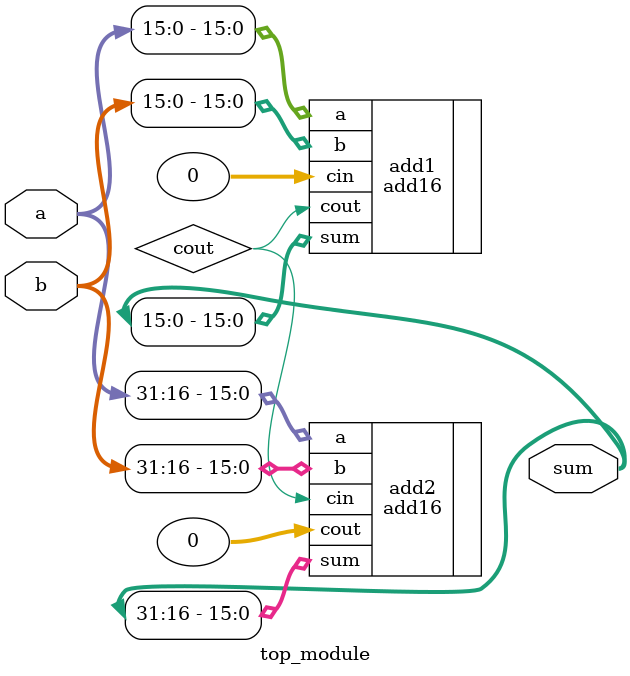
<source format=v>
module top_module(
    input [31:0] a,
    input [31:0] b,
    output [31:0] sum
);
    wire cout;
    add16 add1(.a(a[15:0]),.b(b[15:0]),.cin(0),.cout(cout),.sum(sum[15:0]));
    add16 add2(.a(a[31:16]),.b(b[31:16]),.cin(cout),.cout(0),.sum(sum[31:16]));  
endmodule

</source>
